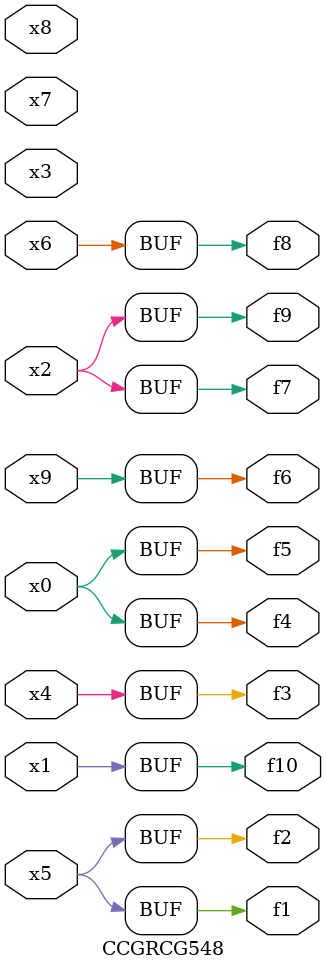
<source format=v>
module CCGRCG548(
	input x0, x1, x2, x3, x4, x5, x6, x7, x8, x9,
	output f1, f2, f3, f4, f5, f6, f7, f8, f9, f10
);
	assign f1 = x5;
	assign f2 = x5;
	assign f3 = x4;
	assign f4 = x0;
	assign f5 = x0;
	assign f6 = x9;
	assign f7 = x2;
	assign f8 = x6;
	assign f9 = x2;
	assign f10 = x1;
endmodule

</source>
